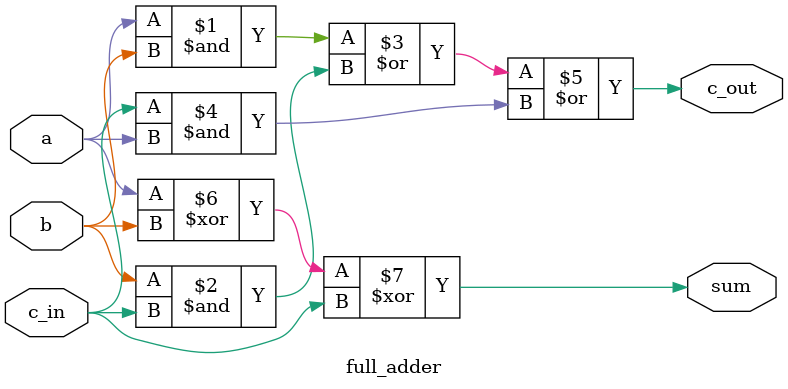
<source format=v>

module top_env;
    reg a, b, c_in;
    wire c_out, sum;
    full_adder my_adder(a, b, c_in, c_out, sum);

    initial begin
      $display("TIME \t EVENT\n");
      $display("%4d \t Stating Simulation...", $time);
      #200 // max allowed time
      $display("%4d \t Ending Simulation...", $time);
      $finish;
    end
    
    always @(sum) begin
      $display("%4d \t %b + %b + %b = %b %b", $time, a, b, c_in, c_out, sum);
    end

    initial begin
      // test cases
      a = 0; b = 0; c_in = 0; #1 // $display("%4d \t %b + %b + %b = %b %b", $time, a, b, c_in, c_out, sum); #10
      a = 0; b = 0; c_in = 1; #1 // $display("%4d \t %b + %b + %b = %b %b", $time, a, b, c_in, c_out, sum); #10
      a = 0; b = 1; c_in = 0; #1 // $display("%4d \t %b + %b + %b = %b %b", $time, a, b, c_in, c_out, sum); #10
      a = 0; b = 1; c_in = 1; #1 // $display("%4d \t %b + %b + %b = %b %b", $time, a, b, c_in, c_out, sum); #10
      a = 1; b = 0; c_in = 0; #1 // $display("%4d \t %b + %b + %b = %b %b", $time, a, b, c_in, c_out, sum); #10
      a = 1; b = 0; c_in = 1; #1 // $display("%4d \t %b + %b + %b = %b %b", $time, a, b, c_in, c_out, sum); #10
      a = 1; b = 1; c_in = 0; #1 // $display("%4d \t %b + %b + %b = %b %b", $time, a, b, c_in, c_out, sum); #10
      a = 1; b = 1; c_in = 1; // #1 $display("%4d \t %b + %b + %b = %b %b", $time, a, b, c_in, c_out, sum);
    end

endmodule

module full_adder(a, b, c_in, c_out, sum);
    input a, b, c_in;
    output wire c_out, sum;
    assign c_out = (a & b) | (b & c_in) | (c_in & a);
    assign sum = a ^ b ^ c_in;
    // assign sum <= a;
endmodule

/*
   0     Stating Simulation... //
   1     0 + 0 + 0 = 0 0 //
  12     0 + 0 + 1 = 0 1 //
  23     0 + 1 + 0 = 0 1
  34     0 + 1 + 1 = 1 0 //
  45     1 + 0 + 0 = 0 1 //
  56     1 + 0 + 1 = 1 0 //
  67     1 + 1 + 0 = 1 0
  78     1 + 1 + 1 = 1 1 //
 200     Ending Simulation... //
*/
</source>
